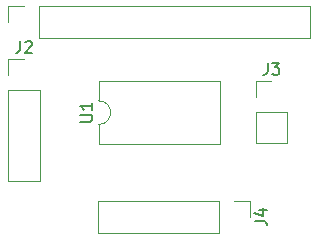
<source format=gto>
%TF.GenerationSoftware,KiCad,Pcbnew,(6.0.10)*%
%TF.CreationDate,2023-02-01T23:57:17+02:00*%
%TF.ProjectId,Bomb,426f6d62-2e6b-4696-9361-645f70636258,rev?*%
%TF.SameCoordinates,Original*%
%TF.FileFunction,Legend,Top*%
%TF.FilePolarity,Positive*%
%FSLAX46Y46*%
G04 Gerber Fmt 4.6, Leading zero omitted, Abs format (unit mm)*
G04 Created by KiCad (PCBNEW (6.0.10)) date 2023-02-01 23:57:17*
%MOMM*%
%LPD*%
G01*
G04 APERTURE LIST*
%ADD10C,0.150000*%
%ADD11C,0.120000*%
%ADD12R,1.700000X1.700000*%
%ADD13O,1.700000X1.700000*%
%ADD14R,1.600000X1.600000*%
%ADD15O,1.600000X1.600000*%
G04 APERTURE END LIST*
D10*
%TO.C,U1*%
X122561641Y-57638147D02*
X123371165Y-57638147D01*
X123466403Y-57590528D01*
X123514022Y-57542909D01*
X123561641Y-57447671D01*
X123561641Y-57257195D01*
X123514022Y-57161957D01*
X123466403Y-57114338D01*
X123371165Y-57066719D01*
X122561641Y-57066719D01*
X123561641Y-56066719D02*
X123561641Y-56638147D01*
X123561641Y-56352433D02*
X122561641Y-56352433D01*
X122704499Y-56447671D01*
X122799737Y-56542909D01*
X122847356Y-56638147D01*
%TO.C,J2*%
X117446666Y-50829880D02*
X117446666Y-51544166D01*
X117399047Y-51687023D01*
X117303809Y-51782261D01*
X117160952Y-51829880D01*
X117065714Y-51829880D01*
X117875238Y-50925119D02*
X117922857Y-50877500D01*
X118018095Y-50829880D01*
X118256190Y-50829880D01*
X118351428Y-50877500D01*
X118399047Y-50925119D01*
X118446666Y-51020357D01*
X118446666Y-51115595D01*
X118399047Y-51258452D01*
X117827619Y-51829880D01*
X118446666Y-51829880D01*
%TO.C,J4*%
X137342380Y-66043333D02*
X138056666Y-66043333D01*
X138199523Y-66090952D01*
X138294761Y-66186190D01*
X138342380Y-66329047D01*
X138342380Y-66424285D01*
X137675714Y-65138571D02*
X138342380Y-65138571D01*
X137294761Y-65376666D02*
X138009047Y-65614761D01*
X138009047Y-64995714D01*
%TO.C,J3*%
X138401666Y-52672380D02*
X138401666Y-53386666D01*
X138354047Y-53529523D01*
X138258809Y-53624761D01*
X138115952Y-53672380D01*
X138020714Y-53672380D01*
X138782619Y-52672380D02*
X139401666Y-52672380D01*
X139068333Y-53053333D01*
X139211190Y-53053333D01*
X139306428Y-53100952D01*
X139354047Y-53148571D01*
X139401666Y-53243809D01*
X139401666Y-53481904D01*
X139354047Y-53577142D01*
X139306428Y-53624761D01*
X139211190Y-53672380D01*
X138925476Y-53672380D01*
X138830238Y-53624761D01*
X138782619Y-53577142D01*
D11*
%TO.C,J1*%
X141970000Y-50530000D02*
X141970000Y-47870000D01*
X119050000Y-50530000D02*
X141970000Y-50530000D01*
X116450000Y-47870000D02*
X117780000Y-47870000D01*
X116450000Y-49200000D02*
X116450000Y-47870000D01*
X119050000Y-47870000D02*
X141970000Y-47870000D01*
X119050000Y-50530000D02*
X119050000Y-47870000D01*
%TO.C,U1*%
X124109261Y-54226243D02*
X124109261Y-55876243D01*
X134389261Y-54226243D02*
X124109261Y-54226243D01*
X124109261Y-59526243D02*
X134389261Y-59526243D01*
X124109261Y-57876243D02*
X124109261Y-59526243D01*
X134389261Y-59526243D02*
X134389261Y-54226243D01*
X124109261Y-57876243D02*
G75*
G03*
X124109261Y-55876243I0J1000000D01*
G01*
%TO.C,J2*%
X116450000Y-54977500D02*
X116450000Y-62657500D01*
X116450000Y-62657500D02*
X119110000Y-62657500D01*
X119110000Y-54977500D02*
X119110000Y-62657500D01*
X116450000Y-52377500D02*
X117780000Y-52377500D01*
X116450000Y-53707500D02*
X116450000Y-52377500D01*
X116450000Y-54977500D02*
X119110000Y-54977500D01*
%TO.C,J4*%
X135560000Y-64380000D02*
X136890000Y-64380000D01*
X134290000Y-67040000D02*
X124070000Y-67040000D01*
X136890000Y-64380000D02*
X136890000Y-65710000D01*
X124070000Y-64380000D02*
X124070000Y-67040000D01*
X134290000Y-64380000D02*
X124070000Y-64380000D01*
X134290000Y-64380000D02*
X134290000Y-67040000D01*
%TO.C,J3*%
X137405000Y-55550000D02*
X137405000Y-54220000D01*
X140065000Y-56820000D02*
X140065000Y-59420000D01*
X137405000Y-59420000D02*
X140065000Y-59420000D01*
X137405000Y-56820000D02*
X140065000Y-56820000D01*
X137405000Y-56820000D02*
X137405000Y-59420000D01*
X137405000Y-54220000D02*
X138735000Y-54220000D01*
%TD*%
%LPC*%
D12*
%TO.C,J1*%
X117780000Y-49200000D03*
D13*
X120320000Y-49200000D03*
X122860000Y-49200000D03*
X125400000Y-49200000D03*
X127940000Y-49200000D03*
X130480000Y-49200000D03*
X133020000Y-49200000D03*
X135560000Y-49200000D03*
X138100000Y-49200000D03*
X140640000Y-49200000D03*
%TD*%
D14*
%TO.C,U1*%
X125439261Y-60686243D03*
D15*
X127979261Y-60686243D03*
X130519261Y-60686243D03*
X133059261Y-60686243D03*
X133059261Y-53066243D03*
X130519261Y-53066243D03*
X127979261Y-53066243D03*
X125439261Y-53066243D03*
%TD*%
D12*
%TO.C,J2*%
X117780000Y-53707500D03*
D13*
X117780000Y-56247500D03*
X117780000Y-58787500D03*
X117780000Y-61327500D03*
%TD*%
D12*
%TO.C,J4*%
X135560000Y-65710000D03*
D13*
X133020000Y-65710000D03*
X130480000Y-65710000D03*
X127940000Y-65710000D03*
X125400000Y-65710000D03*
%TD*%
D12*
%TO.C,J3*%
X138735000Y-55550000D03*
D13*
X138735000Y-58090000D03*
%TD*%
M02*

</source>
